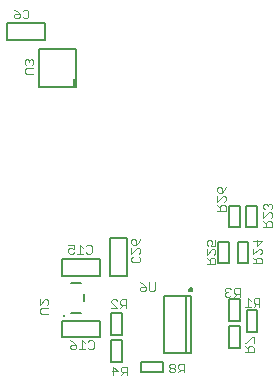
<source format=gbr>
G04 EAGLE Gerber RS-274X export*
G75*
%MOMM*%
%FSLAX34Y34*%
%LPD*%
%INSilkscreen Bottom*%
%IPPOS*%
%AMOC8*
5,1,8,0,0,1.08239X$1,22.5*%
G01*
%ADD10C,0.127000*%
%ADD11C,0.076200*%
%ADD12C,0.203200*%
%ADD13C,0.254000*%
%ADD14C,0.152400*%
%ADD15C,0.200000*%

G36*
X71691Y334913D02*
X71691Y334913D01*
X71757Y334915D01*
X71800Y334933D01*
X71847Y334941D01*
X71904Y334975D01*
X71964Y335000D01*
X71999Y335031D01*
X72040Y335056D01*
X72082Y335107D01*
X72130Y335151D01*
X72152Y335193D01*
X72181Y335230D01*
X72202Y335292D01*
X72233Y335351D01*
X72241Y335405D01*
X72253Y335442D01*
X72252Y335482D01*
X72260Y335536D01*
X72260Y341536D01*
X72249Y341601D01*
X72247Y341667D01*
X72229Y341710D01*
X72221Y341757D01*
X72187Y341814D01*
X72162Y341874D01*
X72131Y341909D01*
X72106Y341950D01*
X72055Y341992D01*
X72011Y342040D01*
X71969Y342062D01*
X71932Y342091D01*
X71870Y342112D01*
X71811Y342143D01*
X71757Y342151D01*
X71720Y342163D01*
X71680Y342162D01*
X71626Y342170D01*
X69126Y342170D01*
X69061Y342159D01*
X68995Y342157D01*
X68952Y342139D01*
X68905Y342131D01*
X68848Y342097D01*
X68788Y342072D01*
X68753Y342041D01*
X68712Y342016D01*
X68671Y341965D01*
X68622Y341921D01*
X68600Y341879D01*
X68571Y341842D01*
X68550Y341780D01*
X68519Y341721D01*
X68511Y341667D01*
X68499Y341630D01*
X68500Y341590D01*
X68492Y341536D01*
X68492Y335536D01*
X68503Y335471D01*
X68505Y335405D01*
X68523Y335362D01*
X68531Y335315D01*
X68565Y335258D01*
X68590Y335198D01*
X68621Y335163D01*
X68646Y335122D01*
X68697Y335081D01*
X68741Y335032D01*
X68783Y335010D01*
X68820Y334981D01*
X68882Y334960D01*
X68941Y334929D01*
X68995Y334921D01*
X69032Y334909D01*
X69072Y334910D01*
X69126Y334902D01*
X71626Y334902D01*
X71691Y334913D01*
G37*
D10*
X91692Y189372D02*
X91692Y175372D01*
X59692Y175372D01*
X59692Y189372D01*
X91692Y189372D01*
D11*
X79682Y200263D02*
X80911Y201491D01*
X83368Y201491D01*
X84597Y200263D01*
X84597Y195348D01*
X83368Y194119D01*
X80911Y194119D01*
X79682Y195348D01*
X77113Y199034D02*
X74655Y201491D01*
X74655Y194119D01*
X72198Y194119D02*
X77113Y194119D01*
X69629Y201491D02*
X64714Y201491D01*
X69629Y201491D02*
X69629Y197805D01*
X67171Y199034D01*
X65943Y199034D01*
X64714Y197805D01*
X64714Y195348D01*
X65943Y194119D01*
X68400Y194119D01*
X69629Y195348D01*
D10*
X91692Y137302D02*
X91692Y123302D01*
X59692Y123302D01*
X59692Y137302D01*
X91692Y137302D01*
D11*
X82689Y120719D02*
X81460Y119491D01*
X82689Y120719D02*
X85146Y120719D01*
X86375Y119491D01*
X86375Y114576D01*
X85146Y113347D01*
X82689Y113347D01*
X81460Y114576D01*
X78891Y118262D02*
X76433Y120719D01*
X76433Y113347D01*
X73976Y113347D02*
X78891Y113347D01*
X68949Y119491D02*
X66492Y120719D01*
X68949Y119491D02*
X71407Y117033D01*
X71407Y114576D01*
X70178Y113347D01*
X67721Y113347D01*
X66492Y114576D01*
X66492Y115804D01*
X67721Y117033D01*
X71407Y117033D01*
D10*
X100188Y175262D02*
X114188Y175262D01*
X100188Y175262D02*
X100188Y207262D01*
X114188Y207262D01*
X114188Y175262D01*
D11*
X125545Y190361D02*
X124317Y191590D01*
X125545Y190361D02*
X125545Y187904D01*
X124317Y186675D01*
X119402Y186675D01*
X118173Y187904D01*
X118173Y190361D01*
X119402Y191590D01*
X118173Y194159D02*
X118173Y199074D01*
X118173Y194159D02*
X123088Y199074D01*
X124317Y199074D01*
X125545Y197845D01*
X125545Y195388D01*
X124317Y194159D01*
X124317Y204101D02*
X125545Y206558D01*
X124317Y204101D02*
X121859Y201643D01*
X119402Y201643D01*
X118173Y202872D01*
X118173Y205329D01*
X119402Y206558D01*
X120630Y206558D01*
X121859Y205329D01*
X121859Y201643D01*
D10*
X215718Y128160D02*
X224718Y128160D01*
X215718Y128160D02*
X215718Y146160D01*
X224718Y146160D01*
X224718Y128160D01*
D11*
X226567Y149161D02*
X226567Y156533D01*
X222881Y156533D01*
X221652Y155305D01*
X221652Y152847D01*
X222881Y151618D01*
X226567Y151618D01*
X224110Y151618D02*
X221652Y149161D01*
X219083Y154076D02*
X216625Y156533D01*
X216625Y149161D01*
X214168Y149161D02*
X219083Y149161D01*
D10*
X110164Y125620D02*
X101164Y125620D01*
X101164Y143620D01*
X110164Y143620D01*
X110164Y125620D01*
D11*
X113537Y148145D02*
X113537Y155517D01*
X109851Y155517D01*
X108622Y154289D01*
X108622Y151831D01*
X109851Y150602D01*
X113537Y150602D01*
X111080Y150602D02*
X108622Y148145D01*
X106053Y148145D02*
X101138Y148145D01*
X106053Y148145D02*
X101138Y153060D01*
X101138Y154289D01*
X102367Y155517D01*
X104824Y155517D01*
X106053Y154289D01*
D10*
X215464Y216552D02*
X224464Y216552D01*
X215464Y216552D02*
X215464Y234552D01*
X224464Y234552D01*
X224464Y216552D01*
D11*
X229933Y216663D02*
X237305Y216663D01*
X237305Y220349D01*
X236077Y221578D01*
X233619Y221578D01*
X232390Y220349D01*
X232390Y216663D01*
X232390Y219120D02*
X229933Y221578D01*
X229933Y224147D02*
X229933Y229062D01*
X229933Y224147D02*
X234848Y229062D01*
X236077Y229062D01*
X237305Y227833D01*
X237305Y225376D01*
X236077Y224147D01*
X236077Y231631D02*
X237305Y232860D01*
X237305Y235317D01*
X236077Y236546D01*
X234848Y236546D01*
X233619Y235317D01*
X233619Y234089D01*
X233619Y235317D02*
X232390Y236546D01*
X231162Y236546D01*
X229933Y235317D01*
X229933Y232860D01*
X231162Y231631D01*
D10*
X217098Y203818D02*
X208098Y203818D01*
X217098Y203818D02*
X217098Y185818D01*
X208098Y185818D01*
X208098Y203818D01*
D11*
X221043Y185929D02*
X228415Y185929D01*
X228415Y189615D01*
X227187Y190844D01*
X224729Y190844D01*
X223500Y189615D01*
X223500Y185929D01*
X223500Y188386D02*
X221043Y190844D01*
X221043Y193413D02*
X221043Y198328D01*
X221043Y193413D02*
X225958Y198328D01*
X227187Y198328D01*
X228415Y197099D01*
X228415Y194642D01*
X227187Y193413D01*
X228415Y204583D02*
X221043Y204583D01*
X224729Y200897D02*
X228415Y204583D01*
X224729Y205812D02*
X224729Y200897D01*
D10*
X200842Y203818D02*
X191842Y203818D01*
X200842Y203818D02*
X200842Y185818D01*
X191842Y185818D01*
X191842Y203818D01*
D11*
X189299Y185675D02*
X181927Y185675D01*
X189299Y185675D02*
X189299Y189361D01*
X188071Y190590D01*
X185613Y190590D01*
X184384Y189361D01*
X184384Y185675D01*
X184384Y188132D02*
X181927Y190590D01*
X181927Y193159D02*
X181927Y198074D01*
X181927Y193159D02*
X186842Y198074D01*
X188071Y198074D01*
X189299Y196845D01*
X189299Y194388D01*
X188071Y193159D01*
X189299Y200643D02*
X189299Y205558D01*
X189299Y200643D02*
X185613Y200643D01*
X186842Y203101D01*
X186842Y204329D01*
X185613Y205558D01*
X183156Y205558D01*
X181927Y204329D01*
X181927Y201872D01*
X183156Y200643D01*
D10*
X200732Y216552D02*
X209732Y216552D01*
X200732Y216552D02*
X200732Y234552D01*
X209732Y234552D01*
X209732Y216552D01*
D11*
X198189Y230633D02*
X190817Y230633D01*
X198189Y230633D02*
X198189Y234319D01*
X196961Y235548D01*
X194503Y235548D01*
X193274Y234319D01*
X193274Y230633D01*
X193274Y233090D02*
X190817Y235548D01*
X190817Y238117D02*
X190817Y243032D01*
X190817Y238117D02*
X195732Y243032D01*
X196961Y243032D01*
X198189Y241803D01*
X198189Y239346D01*
X196961Y238117D01*
X196961Y248059D02*
X198189Y250516D01*
X196961Y248059D02*
X194503Y245601D01*
X192046Y245601D01*
X190817Y246830D01*
X190817Y249287D01*
X192046Y250516D01*
X193274Y250516D01*
X194503Y249287D01*
X194503Y245601D01*
D10*
X200986Y137304D02*
X209986Y137304D01*
X200986Y137304D02*
X200986Y155304D01*
X209986Y155304D01*
X209986Y137304D01*
D11*
X209803Y157797D02*
X209803Y165169D01*
X206117Y165169D01*
X204888Y163941D01*
X204888Y161483D01*
X206117Y160254D01*
X209803Y160254D01*
X207346Y160254D02*
X204888Y157797D01*
X202319Y163941D02*
X201090Y165169D01*
X198633Y165169D01*
X197404Y163941D01*
X197404Y162712D01*
X198633Y161483D01*
X199861Y161483D01*
X198633Y161483D02*
X197404Y160254D01*
X197404Y159026D01*
X198633Y157797D01*
X201090Y157797D01*
X202319Y159026D01*
D10*
X110164Y102760D02*
X101164Y102760D01*
X101164Y120760D01*
X110164Y120760D01*
X110164Y102760D01*
D11*
X114093Y98431D02*
X114093Y91059D01*
X114093Y98431D02*
X110407Y98431D01*
X109178Y97203D01*
X109178Y94745D01*
X110407Y93516D01*
X114093Y93516D01*
X111636Y93516D02*
X109178Y91059D01*
X102923Y91059D02*
X102923Y98431D01*
X106609Y94745D01*
X101694Y94745D01*
D12*
X75414Y169672D02*
X66826Y169672D01*
X66826Y144272D02*
X75414Y144272D01*
X78208Y154288D02*
X78208Y159656D01*
D13*
X60960Y140970D03*
D11*
X47885Y143147D02*
X41742Y143147D01*
X40513Y144375D01*
X40513Y146833D01*
X41742Y148062D01*
X47885Y148062D01*
X40513Y150631D02*
X40513Y155546D01*
X40513Y150631D02*
X45428Y155546D01*
X46657Y155546D01*
X47885Y154317D01*
X47885Y151860D01*
X46657Y150631D01*
D12*
X145592Y158366D02*
X145592Y110366D01*
X168432Y110366D02*
X168432Y158366D01*
X164622Y158366D02*
X164622Y110366D01*
D14*
X167132Y163576D02*
X167134Y163647D01*
X167140Y163718D01*
X167150Y163789D01*
X167164Y163859D01*
X167182Y163928D01*
X167203Y163995D01*
X167229Y164062D01*
X167258Y164127D01*
X167290Y164190D01*
X167327Y164252D01*
X167366Y164311D01*
X167409Y164368D01*
X167455Y164422D01*
X167504Y164474D01*
X167556Y164523D01*
X167610Y164569D01*
X167667Y164612D01*
X167726Y164651D01*
X167788Y164688D01*
X167851Y164720D01*
X167916Y164749D01*
X167983Y164775D01*
X168050Y164796D01*
X168119Y164814D01*
X168189Y164828D01*
X168260Y164838D01*
X168331Y164844D01*
X168402Y164846D01*
X168473Y164844D01*
X168544Y164838D01*
X168615Y164828D01*
X168685Y164814D01*
X168754Y164796D01*
X168821Y164775D01*
X168888Y164749D01*
X168953Y164720D01*
X169016Y164688D01*
X169078Y164651D01*
X169137Y164612D01*
X169194Y164569D01*
X169248Y164523D01*
X169300Y164474D01*
X169349Y164422D01*
X169395Y164368D01*
X169438Y164311D01*
X169477Y164252D01*
X169514Y164190D01*
X169546Y164127D01*
X169575Y164062D01*
X169601Y163995D01*
X169622Y163928D01*
X169640Y163859D01*
X169654Y163789D01*
X169664Y163718D01*
X169670Y163647D01*
X169672Y163576D01*
X169670Y163505D01*
X169664Y163434D01*
X169654Y163363D01*
X169640Y163293D01*
X169622Y163224D01*
X169601Y163157D01*
X169575Y163090D01*
X169546Y163025D01*
X169514Y162962D01*
X169477Y162900D01*
X169438Y162841D01*
X169395Y162784D01*
X169349Y162730D01*
X169300Y162678D01*
X169248Y162629D01*
X169194Y162583D01*
X169137Y162540D01*
X169078Y162501D01*
X169016Y162464D01*
X168953Y162432D01*
X168888Y162403D01*
X168821Y162377D01*
X168754Y162356D01*
X168685Y162338D01*
X168615Y162324D01*
X168544Y162314D01*
X168473Y162308D01*
X168402Y162306D01*
X168331Y162308D01*
X168260Y162314D01*
X168189Y162324D01*
X168119Y162338D01*
X168050Y162356D01*
X167983Y162377D01*
X167916Y162403D01*
X167851Y162432D01*
X167788Y162464D01*
X167726Y162501D01*
X167667Y162540D01*
X167610Y162583D01*
X167556Y162629D01*
X167504Y162678D01*
X167455Y162730D01*
X167409Y162784D01*
X167366Y162841D01*
X167327Y162900D01*
X167290Y162962D01*
X167258Y163025D01*
X167229Y163090D01*
X167203Y163157D01*
X167182Y163224D01*
X167164Y163293D01*
X167150Y163363D01*
X167140Y163434D01*
X167134Y163505D01*
X167132Y163576D01*
D15*
X168402Y158496D02*
X145542Y158496D01*
X145542Y110236D02*
X168402Y110236D01*
D11*
X137777Y163662D02*
X137777Y169805D01*
X137777Y163662D02*
X136549Y162433D01*
X134091Y162433D01*
X132862Y163662D01*
X132862Y169805D01*
X127836Y168577D02*
X125378Y169805D01*
X127836Y168577D02*
X130293Y166119D01*
X130293Y163662D01*
X129064Y162433D01*
X126607Y162433D01*
X125378Y163662D01*
X125378Y164890D01*
X126607Y166119D01*
X130293Y166119D01*
D10*
X200986Y114444D02*
X209986Y114444D01*
X200986Y114444D02*
X200986Y132444D01*
X209986Y132444D01*
X209986Y114444D01*
D11*
X214313Y110761D02*
X221685Y110761D01*
X221685Y114447D01*
X220457Y115676D01*
X217999Y115676D01*
X216770Y114447D01*
X216770Y110761D01*
X216770Y113218D02*
X214313Y115676D01*
X221685Y118245D02*
X221685Y123160D01*
X220457Y123160D01*
X215542Y118245D01*
X214313Y118245D01*
D10*
X144636Y102544D02*
X144636Y93544D01*
X126636Y93544D01*
X126636Y102544D01*
X144636Y102544D01*
D11*
X162813Y100907D02*
X162813Y93535D01*
X162813Y100907D02*
X159127Y100907D01*
X157898Y99679D01*
X157898Y97221D01*
X159127Y95992D01*
X162813Y95992D01*
X160356Y95992D02*
X157898Y93535D01*
X155329Y99679D02*
X154100Y100907D01*
X151643Y100907D01*
X150414Y99679D01*
X150414Y98450D01*
X151643Y97221D01*
X150414Y95992D01*
X150414Y94764D01*
X151643Y93535D01*
X154100Y93535D01*
X155329Y94764D01*
X155329Y95992D01*
X154100Y97221D01*
X155329Y98450D01*
X155329Y99679D01*
X154100Y97221D02*
X151643Y97221D01*
D10*
X71626Y335536D02*
X71626Y367536D01*
X39626Y367536D01*
X39626Y335536D01*
X71626Y335536D01*
D11*
X35273Y346291D02*
X29130Y346291D01*
X27901Y347519D01*
X27901Y349977D01*
X29130Y351206D01*
X35273Y351206D01*
X34045Y353775D02*
X35273Y355004D01*
X35273Y357461D01*
X34045Y358690D01*
X32816Y358690D01*
X31587Y357461D01*
X31587Y356232D01*
X31587Y357461D02*
X30358Y358690D01*
X29130Y358690D01*
X27901Y357461D01*
X27901Y355004D01*
X29130Y353775D01*
D10*
X45210Y375016D02*
X45210Y389016D01*
X45210Y375016D02*
X13210Y375016D01*
X13210Y389016D01*
X45210Y389016D01*
D11*
X27269Y400755D02*
X26040Y399527D01*
X27269Y400755D02*
X29727Y400755D01*
X30955Y399527D01*
X30955Y394612D01*
X29727Y393383D01*
X27269Y393383D01*
X26040Y394612D01*
X21014Y399527D02*
X18556Y400755D01*
X21014Y399527D02*
X23471Y397069D01*
X23471Y394612D01*
X22242Y393383D01*
X19785Y393383D01*
X18556Y394612D01*
X18556Y395840D01*
X19785Y397069D01*
X23471Y397069D01*
M02*

</source>
